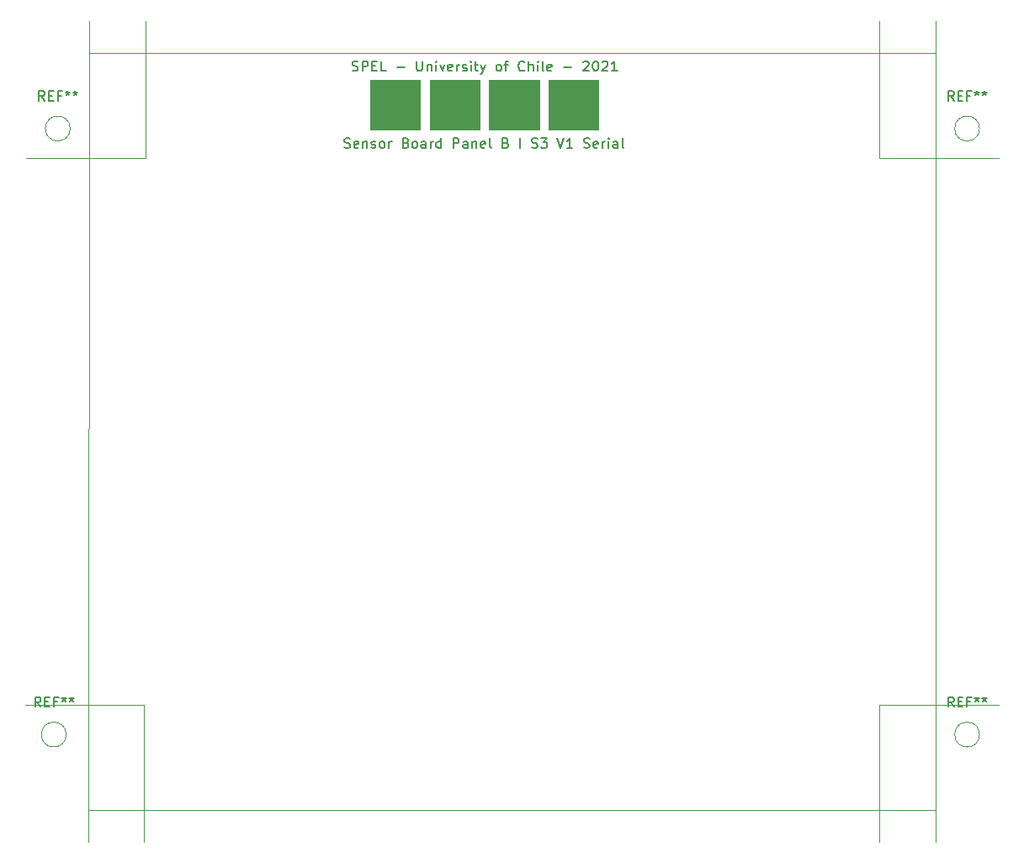
<source format=gbr>
G04 #@! TF.GenerationSoftware,KiCad,Pcbnew,(5.1.2)-2*
G04 #@! TF.CreationDate,2021-08-28T01:22:08-04:00*
G04 #@! TF.ProjectId,MAG_Plus,4d41475f-506c-4757-932e-6b696361645f,rev?*
G04 #@! TF.SameCoordinates,Original*
G04 #@! TF.FileFunction,Legend,Top*
G04 #@! TF.FilePolarity,Positive*
%FSLAX46Y46*%
G04 Gerber Fmt 4.6, Leading zero omitted, Abs format (unit mm)*
G04 Created by KiCad (PCBNEW (5.1.2)-2) date 2021-08-28 01:22:08*
%MOMM*%
%LPD*%
G04 APERTURE LIST*
%ADD10C,0.100000*%
%ADD11C,0.150000*%
%ADD12C,0.120000*%
G04 APERTURE END LIST*
D10*
G36*
X205720000Y-46910000D02*
G01*
X200720000Y-46910000D01*
X200720000Y-41910000D01*
X205720000Y-41910000D01*
X205720000Y-46910000D01*
G37*
X205720000Y-46910000D02*
X200720000Y-46910000D01*
X200720000Y-41910000D01*
X205720000Y-41910000D01*
X205720000Y-46910000D01*
G36*
X199720000Y-46910000D02*
G01*
X194720000Y-46910000D01*
X194720000Y-41910000D01*
X199720000Y-41910000D01*
X199720000Y-46910000D01*
G37*
X199720000Y-46910000D02*
X194720000Y-46910000D01*
X194720000Y-41910000D01*
X199720000Y-41910000D01*
X199720000Y-46910000D01*
G36*
X193720000Y-46910000D02*
G01*
X188720000Y-46910000D01*
X188720000Y-41910000D01*
X193720000Y-41910000D01*
X193720000Y-46910000D01*
G37*
X193720000Y-46910000D02*
X188720000Y-46910000D01*
X188720000Y-41910000D01*
X193720000Y-41910000D01*
X193720000Y-46910000D01*
G36*
X187720000Y-46910000D02*
G01*
X182720000Y-46910000D01*
X182720000Y-41910000D01*
X187720000Y-41910000D01*
X187720000Y-46910000D01*
G37*
X187720000Y-46910000D02*
X182720000Y-46910000D01*
X182720000Y-41910000D01*
X187720000Y-41910000D01*
X187720000Y-46910000D01*
D11*
X180936666Y-40964761D02*
X181079523Y-41012380D01*
X181317619Y-41012380D01*
X181412857Y-40964761D01*
X181460476Y-40917142D01*
X181508095Y-40821904D01*
X181508095Y-40726666D01*
X181460476Y-40631428D01*
X181412857Y-40583809D01*
X181317619Y-40536190D01*
X181127142Y-40488571D01*
X181031904Y-40440952D01*
X180984285Y-40393333D01*
X180936666Y-40298095D01*
X180936666Y-40202857D01*
X180984285Y-40107619D01*
X181031904Y-40060000D01*
X181127142Y-40012380D01*
X181365238Y-40012380D01*
X181508095Y-40060000D01*
X181936666Y-41012380D02*
X181936666Y-40012380D01*
X182317619Y-40012380D01*
X182412857Y-40060000D01*
X182460476Y-40107619D01*
X182508095Y-40202857D01*
X182508095Y-40345714D01*
X182460476Y-40440952D01*
X182412857Y-40488571D01*
X182317619Y-40536190D01*
X181936666Y-40536190D01*
X182936666Y-40488571D02*
X183270000Y-40488571D01*
X183412857Y-41012380D02*
X182936666Y-41012380D01*
X182936666Y-40012380D01*
X183412857Y-40012380D01*
X184317619Y-41012380D02*
X183841428Y-41012380D01*
X183841428Y-40012380D01*
X185412857Y-40631428D02*
X186174761Y-40631428D01*
X187412857Y-40012380D02*
X187412857Y-40821904D01*
X187460476Y-40917142D01*
X187508095Y-40964761D01*
X187603333Y-41012380D01*
X187793809Y-41012380D01*
X187889047Y-40964761D01*
X187936666Y-40917142D01*
X187984285Y-40821904D01*
X187984285Y-40012380D01*
X188460476Y-40345714D02*
X188460476Y-41012380D01*
X188460476Y-40440952D02*
X188508095Y-40393333D01*
X188603333Y-40345714D01*
X188746190Y-40345714D01*
X188841428Y-40393333D01*
X188889047Y-40488571D01*
X188889047Y-41012380D01*
X189365238Y-41012380D02*
X189365238Y-40345714D01*
X189365238Y-40012380D02*
X189317619Y-40060000D01*
X189365238Y-40107619D01*
X189412857Y-40060000D01*
X189365238Y-40012380D01*
X189365238Y-40107619D01*
X189746190Y-40345714D02*
X189984285Y-41012380D01*
X190222380Y-40345714D01*
X190984285Y-40964761D02*
X190889047Y-41012380D01*
X190698571Y-41012380D01*
X190603333Y-40964761D01*
X190555714Y-40869523D01*
X190555714Y-40488571D01*
X190603333Y-40393333D01*
X190698571Y-40345714D01*
X190889047Y-40345714D01*
X190984285Y-40393333D01*
X191031904Y-40488571D01*
X191031904Y-40583809D01*
X190555714Y-40679047D01*
X191460476Y-41012380D02*
X191460476Y-40345714D01*
X191460476Y-40536190D02*
X191508095Y-40440952D01*
X191555714Y-40393333D01*
X191650952Y-40345714D01*
X191746190Y-40345714D01*
X192031904Y-40964761D02*
X192127142Y-41012380D01*
X192317619Y-41012380D01*
X192412857Y-40964761D01*
X192460476Y-40869523D01*
X192460476Y-40821904D01*
X192412857Y-40726666D01*
X192317619Y-40679047D01*
X192174761Y-40679047D01*
X192079523Y-40631428D01*
X192031904Y-40536190D01*
X192031904Y-40488571D01*
X192079523Y-40393333D01*
X192174761Y-40345714D01*
X192317619Y-40345714D01*
X192412857Y-40393333D01*
X192889047Y-41012380D02*
X192889047Y-40345714D01*
X192889047Y-40012380D02*
X192841428Y-40060000D01*
X192889047Y-40107619D01*
X192936666Y-40060000D01*
X192889047Y-40012380D01*
X192889047Y-40107619D01*
X193222380Y-40345714D02*
X193603333Y-40345714D01*
X193365238Y-40012380D02*
X193365238Y-40869523D01*
X193412857Y-40964761D01*
X193508095Y-41012380D01*
X193603333Y-41012380D01*
X193841428Y-40345714D02*
X194079523Y-41012380D01*
X194317619Y-40345714D02*
X194079523Y-41012380D01*
X193984285Y-41250476D01*
X193936666Y-41298095D01*
X193841428Y-41345714D01*
X195603333Y-41012380D02*
X195508095Y-40964761D01*
X195460476Y-40917142D01*
X195412857Y-40821904D01*
X195412857Y-40536190D01*
X195460476Y-40440952D01*
X195508095Y-40393333D01*
X195603333Y-40345714D01*
X195746190Y-40345714D01*
X195841428Y-40393333D01*
X195889047Y-40440952D01*
X195936666Y-40536190D01*
X195936666Y-40821904D01*
X195889047Y-40917142D01*
X195841428Y-40964761D01*
X195746190Y-41012380D01*
X195603333Y-41012380D01*
X196222380Y-40345714D02*
X196603333Y-40345714D01*
X196365238Y-41012380D02*
X196365238Y-40155238D01*
X196412857Y-40060000D01*
X196508095Y-40012380D01*
X196603333Y-40012380D01*
X198270000Y-40917142D02*
X198222380Y-40964761D01*
X198079523Y-41012380D01*
X197984285Y-41012380D01*
X197841428Y-40964761D01*
X197746190Y-40869523D01*
X197698571Y-40774285D01*
X197650952Y-40583809D01*
X197650952Y-40440952D01*
X197698571Y-40250476D01*
X197746190Y-40155238D01*
X197841428Y-40060000D01*
X197984285Y-40012380D01*
X198079523Y-40012380D01*
X198222380Y-40060000D01*
X198270000Y-40107619D01*
X198698571Y-41012380D02*
X198698571Y-40012380D01*
X199127142Y-41012380D02*
X199127142Y-40488571D01*
X199079523Y-40393333D01*
X198984285Y-40345714D01*
X198841428Y-40345714D01*
X198746190Y-40393333D01*
X198698571Y-40440952D01*
X199603333Y-41012380D02*
X199603333Y-40345714D01*
X199603333Y-40012380D02*
X199555714Y-40060000D01*
X199603333Y-40107619D01*
X199650952Y-40060000D01*
X199603333Y-40012380D01*
X199603333Y-40107619D01*
X200222380Y-41012380D02*
X200127142Y-40964761D01*
X200079523Y-40869523D01*
X200079523Y-40012380D01*
X200984285Y-40964761D02*
X200889047Y-41012380D01*
X200698571Y-41012380D01*
X200603333Y-40964761D01*
X200555714Y-40869523D01*
X200555714Y-40488571D01*
X200603333Y-40393333D01*
X200698571Y-40345714D01*
X200889047Y-40345714D01*
X200984285Y-40393333D01*
X201031904Y-40488571D01*
X201031904Y-40583809D01*
X200555714Y-40679047D01*
X202222380Y-40631428D02*
X202984285Y-40631428D01*
X204174761Y-40107619D02*
X204222380Y-40060000D01*
X204317619Y-40012380D01*
X204555714Y-40012380D01*
X204650952Y-40060000D01*
X204698571Y-40107619D01*
X204746190Y-40202857D01*
X204746190Y-40298095D01*
X204698571Y-40440952D01*
X204127142Y-41012380D01*
X204746190Y-41012380D01*
X205365238Y-40012380D02*
X205460476Y-40012380D01*
X205555714Y-40060000D01*
X205603333Y-40107619D01*
X205650952Y-40202857D01*
X205698571Y-40393333D01*
X205698571Y-40631428D01*
X205650952Y-40821904D01*
X205603333Y-40917142D01*
X205555714Y-40964761D01*
X205460476Y-41012380D01*
X205365238Y-41012380D01*
X205270000Y-40964761D01*
X205222380Y-40917142D01*
X205174761Y-40821904D01*
X205127142Y-40631428D01*
X205127142Y-40393333D01*
X205174761Y-40202857D01*
X205222380Y-40107619D01*
X205270000Y-40060000D01*
X205365238Y-40012380D01*
X206079523Y-40107619D02*
X206127142Y-40060000D01*
X206222380Y-40012380D01*
X206460476Y-40012380D01*
X206555714Y-40060000D01*
X206603333Y-40107619D01*
X206650952Y-40202857D01*
X206650952Y-40298095D01*
X206603333Y-40440952D01*
X206031904Y-41012380D01*
X206650952Y-41012380D01*
X207603333Y-41012380D02*
X207031904Y-41012380D01*
X207317619Y-41012380D02*
X207317619Y-40012380D01*
X207222380Y-40155238D01*
X207127142Y-40250476D01*
X207031904Y-40298095D01*
X180146190Y-48714761D02*
X180289047Y-48762380D01*
X180527142Y-48762380D01*
X180622380Y-48714761D01*
X180670000Y-48667142D01*
X180717619Y-48571904D01*
X180717619Y-48476666D01*
X180670000Y-48381428D01*
X180622380Y-48333809D01*
X180527142Y-48286190D01*
X180336666Y-48238571D01*
X180241428Y-48190952D01*
X180193809Y-48143333D01*
X180146190Y-48048095D01*
X180146190Y-47952857D01*
X180193809Y-47857619D01*
X180241428Y-47810000D01*
X180336666Y-47762380D01*
X180574761Y-47762380D01*
X180717619Y-47810000D01*
X181527142Y-48714761D02*
X181431904Y-48762380D01*
X181241428Y-48762380D01*
X181146190Y-48714761D01*
X181098571Y-48619523D01*
X181098571Y-48238571D01*
X181146190Y-48143333D01*
X181241428Y-48095714D01*
X181431904Y-48095714D01*
X181527142Y-48143333D01*
X181574761Y-48238571D01*
X181574761Y-48333809D01*
X181098571Y-48429047D01*
X182003333Y-48095714D02*
X182003333Y-48762380D01*
X182003333Y-48190952D02*
X182050952Y-48143333D01*
X182146190Y-48095714D01*
X182289047Y-48095714D01*
X182384285Y-48143333D01*
X182431904Y-48238571D01*
X182431904Y-48762380D01*
X182860476Y-48714761D02*
X182955714Y-48762380D01*
X183146190Y-48762380D01*
X183241428Y-48714761D01*
X183289047Y-48619523D01*
X183289047Y-48571904D01*
X183241428Y-48476666D01*
X183146190Y-48429047D01*
X183003333Y-48429047D01*
X182908095Y-48381428D01*
X182860476Y-48286190D01*
X182860476Y-48238571D01*
X182908095Y-48143333D01*
X183003333Y-48095714D01*
X183146190Y-48095714D01*
X183241428Y-48143333D01*
X183860476Y-48762380D02*
X183765238Y-48714761D01*
X183717619Y-48667142D01*
X183670000Y-48571904D01*
X183670000Y-48286190D01*
X183717619Y-48190952D01*
X183765238Y-48143333D01*
X183860476Y-48095714D01*
X184003333Y-48095714D01*
X184098571Y-48143333D01*
X184146190Y-48190952D01*
X184193809Y-48286190D01*
X184193809Y-48571904D01*
X184146190Y-48667142D01*
X184098571Y-48714761D01*
X184003333Y-48762380D01*
X183860476Y-48762380D01*
X184622380Y-48762380D02*
X184622380Y-48095714D01*
X184622380Y-48286190D02*
X184670000Y-48190952D01*
X184717619Y-48143333D01*
X184812857Y-48095714D01*
X184908095Y-48095714D01*
X186336666Y-48238571D02*
X186479523Y-48286190D01*
X186527142Y-48333809D01*
X186574761Y-48429047D01*
X186574761Y-48571904D01*
X186527142Y-48667142D01*
X186479523Y-48714761D01*
X186384285Y-48762380D01*
X186003333Y-48762380D01*
X186003333Y-47762380D01*
X186336666Y-47762380D01*
X186431904Y-47810000D01*
X186479523Y-47857619D01*
X186527142Y-47952857D01*
X186527142Y-48048095D01*
X186479523Y-48143333D01*
X186431904Y-48190952D01*
X186336666Y-48238571D01*
X186003333Y-48238571D01*
X187146190Y-48762380D02*
X187050952Y-48714761D01*
X187003333Y-48667142D01*
X186955714Y-48571904D01*
X186955714Y-48286190D01*
X187003333Y-48190952D01*
X187050952Y-48143333D01*
X187146190Y-48095714D01*
X187289047Y-48095714D01*
X187384285Y-48143333D01*
X187431904Y-48190952D01*
X187479523Y-48286190D01*
X187479523Y-48571904D01*
X187431904Y-48667142D01*
X187384285Y-48714761D01*
X187289047Y-48762380D01*
X187146190Y-48762380D01*
X188336666Y-48762380D02*
X188336666Y-48238571D01*
X188289047Y-48143333D01*
X188193809Y-48095714D01*
X188003333Y-48095714D01*
X187908095Y-48143333D01*
X188336666Y-48714761D02*
X188241428Y-48762380D01*
X188003333Y-48762380D01*
X187908095Y-48714761D01*
X187860476Y-48619523D01*
X187860476Y-48524285D01*
X187908095Y-48429047D01*
X188003333Y-48381428D01*
X188241428Y-48381428D01*
X188336666Y-48333809D01*
X188812857Y-48762380D02*
X188812857Y-48095714D01*
X188812857Y-48286190D02*
X188860476Y-48190952D01*
X188908095Y-48143333D01*
X189003333Y-48095714D01*
X189098571Y-48095714D01*
X189860476Y-48762380D02*
X189860476Y-47762380D01*
X189860476Y-48714761D02*
X189765238Y-48762380D01*
X189574761Y-48762380D01*
X189479523Y-48714761D01*
X189431904Y-48667142D01*
X189384285Y-48571904D01*
X189384285Y-48286190D01*
X189431904Y-48190952D01*
X189479523Y-48143333D01*
X189574761Y-48095714D01*
X189765238Y-48095714D01*
X189860476Y-48143333D01*
X191098571Y-48762380D02*
X191098571Y-47762380D01*
X191479523Y-47762380D01*
X191574761Y-47810000D01*
X191622380Y-47857619D01*
X191670000Y-47952857D01*
X191670000Y-48095714D01*
X191622380Y-48190952D01*
X191574761Y-48238571D01*
X191479523Y-48286190D01*
X191098571Y-48286190D01*
X192527142Y-48762380D02*
X192527142Y-48238571D01*
X192479523Y-48143333D01*
X192384285Y-48095714D01*
X192193809Y-48095714D01*
X192098571Y-48143333D01*
X192527142Y-48714761D02*
X192431904Y-48762380D01*
X192193809Y-48762380D01*
X192098571Y-48714761D01*
X192050952Y-48619523D01*
X192050952Y-48524285D01*
X192098571Y-48429047D01*
X192193809Y-48381428D01*
X192431904Y-48381428D01*
X192527142Y-48333809D01*
X193003333Y-48095714D02*
X193003333Y-48762380D01*
X193003333Y-48190952D02*
X193050952Y-48143333D01*
X193146190Y-48095714D01*
X193289047Y-48095714D01*
X193384285Y-48143333D01*
X193431904Y-48238571D01*
X193431904Y-48762380D01*
X194289047Y-48714761D02*
X194193809Y-48762380D01*
X194003333Y-48762380D01*
X193908095Y-48714761D01*
X193860476Y-48619523D01*
X193860476Y-48238571D01*
X193908095Y-48143333D01*
X194003333Y-48095714D01*
X194193809Y-48095714D01*
X194289047Y-48143333D01*
X194336666Y-48238571D01*
X194336666Y-48333809D01*
X193860476Y-48429047D01*
X194908095Y-48762380D02*
X194812857Y-48714761D01*
X194765238Y-48619523D01*
X194765238Y-47762380D01*
X196384285Y-48238571D02*
X196527142Y-48286190D01*
X196574761Y-48333809D01*
X196622380Y-48429047D01*
X196622380Y-48571904D01*
X196574761Y-48667142D01*
X196527142Y-48714761D01*
X196431904Y-48762380D01*
X196050952Y-48762380D01*
X196050952Y-47762380D01*
X196384285Y-47762380D01*
X196479523Y-47810000D01*
X196527142Y-47857619D01*
X196574761Y-47952857D01*
X196574761Y-48048095D01*
X196527142Y-48143333D01*
X196479523Y-48190952D01*
X196384285Y-48238571D01*
X196050952Y-48238571D01*
X197812857Y-48762380D02*
X197812857Y-47762380D01*
X199003333Y-48714761D02*
X199146190Y-48762380D01*
X199384285Y-48762380D01*
X199479523Y-48714761D01*
X199527142Y-48667142D01*
X199574761Y-48571904D01*
X199574761Y-48476666D01*
X199527142Y-48381428D01*
X199479523Y-48333809D01*
X199384285Y-48286190D01*
X199193809Y-48238571D01*
X199098571Y-48190952D01*
X199050952Y-48143333D01*
X199003333Y-48048095D01*
X199003333Y-47952857D01*
X199050952Y-47857619D01*
X199098571Y-47810000D01*
X199193809Y-47762380D01*
X199431904Y-47762380D01*
X199574761Y-47810000D01*
X199908095Y-47762380D02*
X200527142Y-47762380D01*
X200193809Y-48143333D01*
X200336666Y-48143333D01*
X200431904Y-48190952D01*
X200479523Y-48238571D01*
X200527142Y-48333809D01*
X200527142Y-48571904D01*
X200479523Y-48667142D01*
X200431904Y-48714761D01*
X200336666Y-48762380D01*
X200050952Y-48762380D01*
X199955714Y-48714761D01*
X199908095Y-48667142D01*
X201574761Y-47762380D02*
X201908095Y-48762380D01*
X202241428Y-47762380D01*
X203098571Y-48762380D02*
X202527142Y-48762380D01*
X202812857Y-48762380D02*
X202812857Y-47762380D01*
X202717619Y-47905238D01*
X202622380Y-48000476D01*
X202527142Y-48048095D01*
X204241428Y-48714761D02*
X204384285Y-48762380D01*
X204622380Y-48762380D01*
X204717619Y-48714761D01*
X204765238Y-48667142D01*
X204812857Y-48571904D01*
X204812857Y-48476666D01*
X204765238Y-48381428D01*
X204717619Y-48333809D01*
X204622380Y-48286190D01*
X204431904Y-48238571D01*
X204336666Y-48190952D01*
X204289047Y-48143333D01*
X204241428Y-48048095D01*
X204241428Y-47952857D01*
X204289047Y-47857619D01*
X204336666Y-47810000D01*
X204431904Y-47762380D01*
X204670000Y-47762380D01*
X204812857Y-47810000D01*
X205622380Y-48714761D02*
X205527142Y-48762380D01*
X205336666Y-48762380D01*
X205241428Y-48714761D01*
X205193809Y-48619523D01*
X205193809Y-48238571D01*
X205241428Y-48143333D01*
X205336666Y-48095714D01*
X205527142Y-48095714D01*
X205622380Y-48143333D01*
X205670000Y-48238571D01*
X205670000Y-48333809D01*
X205193809Y-48429047D01*
X206098571Y-48762380D02*
X206098571Y-48095714D01*
X206098571Y-48286190D02*
X206146190Y-48190952D01*
X206193809Y-48143333D01*
X206289047Y-48095714D01*
X206384285Y-48095714D01*
X206717619Y-48762380D02*
X206717619Y-48095714D01*
X206717619Y-47762380D02*
X206670000Y-47810000D01*
X206717619Y-47857619D01*
X206765238Y-47810000D01*
X206717619Y-47762380D01*
X206717619Y-47857619D01*
X207622380Y-48762380D02*
X207622380Y-48238571D01*
X207574761Y-48143333D01*
X207479523Y-48095714D01*
X207289047Y-48095714D01*
X207193809Y-48143333D01*
X207622380Y-48714761D02*
X207527142Y-48762380D01*
X207289047Y-48762380D01*
X207193809Y-48714761D01*
X207146190Y-48619523D01*
X207146190Y-48524285D01*
X207193809Y-48429047D01*
X207289047Y-48381428D01*
X207527142Y-48381428D01*
X207622380Y-48333809D01*
X208241428Y-48762380D02*
X208146190Y-48714761D01*
X208098571Y-48619523D01*
X208098571Y-47762380D01*
D12*
X160000000Y-118600000D02*
X160000000Y-104800000D01*
X154400000Y-115400000D02*
X239600000Y-115400000D01*
X234000000Y-104800000D02*
X234000000Y-118600000D01*
X246000000Y-104800000D02*
X234000000Y-104800000D01*
X234000000Y-49800000D02*
X246000000Y-49800000D01*
X234000000Y-36000000D02*
X234000000Y-49800000D01*
X148100000Y-49800000D02*
X160100000Y-49800000D01*
X148000000Y-104800000D02*
X160000000Y-104800000D01*
X246000000Y-104800000D02*
X234000000Y-104800000D01*
X246000000Y-49800000D02*
X234000000Y-49800000D01*
X160100000Y-36000000D02*
X160100000Y-49800000D01*
X234000000Y-104800000D02*
X234000000Y-118600000D01*
X239600000Y-39200000D02*
X154500000Y-39200000D01*
X239600000Y-36000000D02*
X239600000Y-118600000D01*
X154500000Y-36000000D02*
X154400000Y-118600000D01*
X244050000Y-107800000D02*
G75*
G03X244050000Y-107800000I-1250000J0D01*
G01*
X244050000Y-46800000D02*
G75*
G03X244050000Y-46800000I-1250000J0D01*
G01*
X152550000Y-46800000D02*
G75*
G03X152550000Y-46800000I-1250000J0D01*
G01*
X152150000Y-107800000D02*
G75*
G03X152150000Y-107800000I-1250000J0D01*
G01*
D11*
X241466666Y-105012380D02*
X241133333Y-104536190D01*
X240895238Y-105012380D02*
X240895238Y-104012380D01*
X241276190Y-104012380D01*
X241371428Y-104060000D01*
X241419047Y-104107619D01*
X241466666Y-104202857D01*
X241466666Y-104345714D01*
X241419047Y-104440952D01*
X241371428Y-104488571D01*
X241276190Y-104536190D01*
X240895238Y-104536190D01*
X241895238Y-104488571D02*
X242228571Y-104488571D01*
X242371428Y-105012380D02*
X241895238Y-105012380D01*
X241895238Y-104012380D01*
X242371428Y-104012380D01*
X243133333Y-104488571D02*
X242800000Y-104488571D01*
X242800000Y-105012380D02*
X242800000Y-104012380D01*
X243276190Y-104012380D01*
X243800000Y-104012380D02*
X243800000Y-104250476D01*
X243561904Y-104155238D02*
X243800000Y-104250476D01*
X244038095Y-104155238D01*
X243657142Y-104440952D02*
X243800000Y-104250476D01*
X243942857Y-104440952D01*
X244561904Y-104012380D02*
X244561904Y-104250476D01*
X244323809Y-104155238D02*
X244561904Y-104250476D01*
X244800000Y-104155238D01*
X244419047Y-104440952D02*
X244561904Y-104250476D01*
X244704761Y-104440952D01*
X241466666Y-44012380D02*
X241133333Y-43536190D01*
X240895238Y-44012380D02*
X240895238Y-43012380D01*
X241276190Y-43012380D01*
X241371428Y-43060000D01*
X241419047Y-43107619D01*
X241466666Y-43202857D01*
X241466666Y-43345714D01*
X241419047Y-43440952D01*
X241371428Y-43488571D01*
X241276190Y-43536190D01*
X240895238Y-43536190D01*
X241895238Y-43488571D02*
X242228571Y-43488571D01*
X242371428Y-44012380D02*
X241895238Y-44012380D01*
X241895238Y-43012380D01*
X242371428Y-43012380D01*
X243133333Y-43488571D02*
X242800000Y-43488571D01*
X242800000Y-44012380D02*
X242800000Y-43012380D01*
X243276190Y-43012380D01*
X243800000Y-43012380D02*
X243800000Y-43250476D01*
X243561904Y-43155238D02*
X243800000Y-43250476D01*
X244038095Y-43155238D01*
X243657142Y-43440952D02*
X243800000Y-43250476D01*
X243942857Y-43440952D01*
X244561904Y-43012380D02*
X244561904Y-43250476D01*
X244323809Y-43155238D02*
X244561904Y-43250476D01*
X244800000Y-43155238D01*
X244419047Y-43440952D02*
X244561904Y-43250476D01*
X244704761Y-43440952D01*
X149966666Y-44002380D02*
X149633333Y-43526190D01*
X149395238Y-44002380D02*
X149395238Y-43002380D01*
X149776190Y-43002380D01*
X149871428Y-43050000D01*
X149919047Y-43097619D01*
X149966666Y-43192857D01*
X149966666Y-43335714D01*
X149919047Y-43430952D01*
X149871428Y-43478571D01*
X149776190Y-43526190D01*
X149395238Y-43526190D01*
X150395238Y-43478571D02*
X150728571Y-43478571D01*
X150871428Y-44002380D02*
X150395238Y-44002380D01*
X150395238Y-43002380D01*
X150871428Y-43002380D01*
X151633333Y-43478571D02*
X151300000Y-43478571D01*
X151300000Y-44002380D02*
X151300000Y-43002380D01*
X151776190Y-43002380D01*
X152300000Y-43002380D02*
X152300000Y-43240476D01*
X152061904Y-43145238D02*
X152300000Y-43240476D01*
X152538095Y-43145238D01*
X152157142Y-43430952D02*
X152300000Y-43240476D01*
X152442857Y-43430952D01*
X153061904Y-43002380D02*
X153061904Y-43240476D01*
X152823809Y-43145238D02*
X153061904Y-43240476D01*
X153300000Y-43145238D01*
X152919047Y-43430952D02*
X153061904Y-43240476D01*
X153204761Y-43430952D01*
X149576666Y-105022380D02*
X149243333Y-104546190D01*
X149005238Y-105022380D02*
X149005238Y-104022380D01*
X149386190Y-104022380D01*
X149481428Y-104070000D01*
X149529047Y-104117619D01*
X149576666Y-104212857D01*
X149576666Y-104355714D01*
X149529047Y-104450952D01*
X149481428Y-104498571D01*
X149386190Y-104546190D01*
X149005238Y-104546190D01*
X150005238Y-104498571D02*
X150338571Y-104498571D01*
X150481428Y-105022380D02*
X150005238Y-105022380D01*
X150005238Y-104022380D01*
X150481428Y-104022380D01*
X151243333Y-104498571D02*
X150910000Y-104498571D01*
X150910000Y-105022380D02*
X150910000Y-104022380D01*
X151386190Y-104022380D01*
X151910000Y-104022380D02*
X151910000Y-104260476D01*
X151671904Y-104165238D02*
X151910000Y-104260476D01*
X152148095Y-104165238D01*
X151767142Y-104450952D02*
X151910000Y-104260476D01*
X152052857Y-104450952D01*
X152671904Y-104022380D02*
X152671904Y-104260476D01*
X152433809Y-104165238D02*
X152671904Y-104260476D01*
X152910000Y-104165238D01*
X152529047Y-104450952D02*
X152671904Y-104260476D01*
X152814761Y-104450952D01*
M02*

</source>
